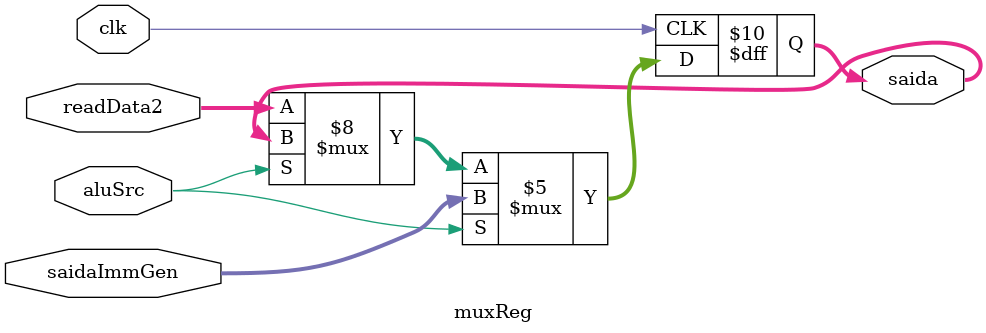
<source format=v>
module muxReg(
    input wire clk,
    input wire aluSrc,
    input wire [31:0] readData2,
    input wire [31:0] saidaImmGen,
    output reg [31:0] saida
);
    always @(posedge clk) begin
        if(aluSrc == 0) begin
            saida = readData2;
        end
        if (aluSrc == 1) begin
            saida = saidaImmGen ;
        end
    end 
endmodule

</source>
